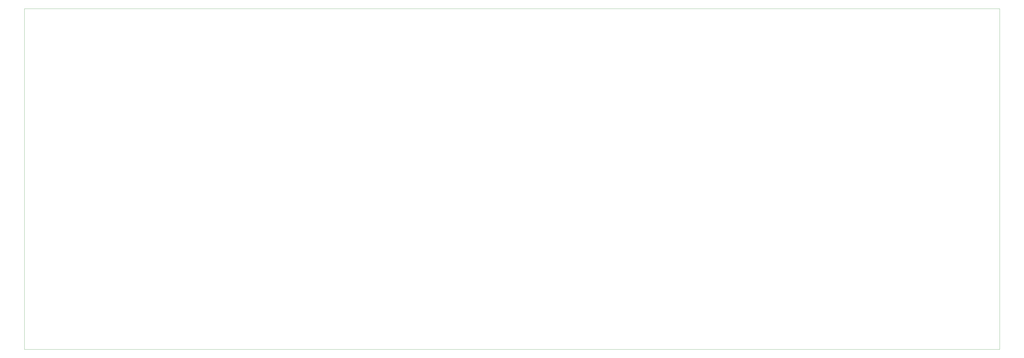
<source format=gbr>
%TF.GenerationSoftware,KiCad,Pcbnew,8.0.6*%
%TF.CreationDate,2025-05-14T01:22:40+09:00*%
%TF.ProjectId,denko_test,64656e6b-6f5f-4746-9573-742e6b696361,rev?*%
%TF.SameCoordinates,Original*%
%TF.FileFunction,Profile,NP*%
%FSLAX46Y46*%
G04 Gerber Fmt 4.6, Leading zero omitted, Abs format (unit mm)*
G04 Created by KiCad (PCBNEW 8.0.6) date 2025-05-14 01:22:40*
%MOMM*%
%LPD*%
G01*
G04 APERTURE LIST*
%TA.AperFunction,Profile*%
%ADD10C,0.050000*%
%TD*%
G04 APERTURE END LIST*
D10*
X173000000Y-209000000D02*
X573000000Y-209000000D01*
X573000000Y-349000000D01*
X173000000Y-349000000D01*
X173000000Y-209000000D01*
M02*

</source>
